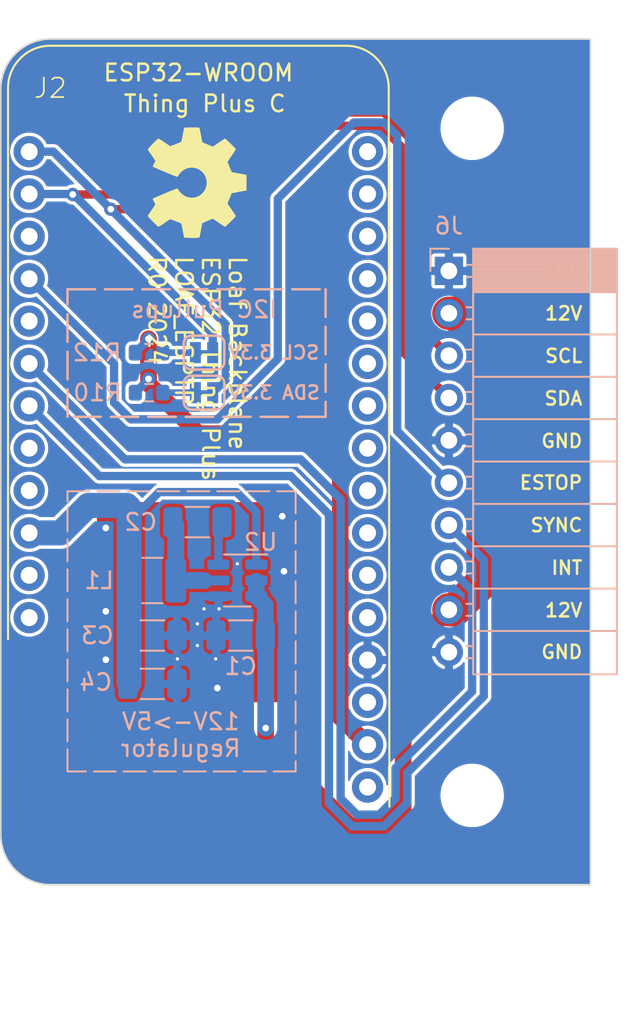
<source format=kicad_pcb>
(kicad_pcb (version 20221018) (generator pcbnew)
  (layers (0 "F.Cu" signal) (31 "B.Cu" signal) (34 "B.Paste" user) (35 "F.Paste" user) (36 "B.SilkS" user "B.Silkscreen") (37 "F.SilkS" user "F.Silkscreen") (38 "B.Mask" user) (39 "F.Mask" user) (44 "Edge.Cuts" user))
  (net 0 "")
  (net 1 "GND")
  (net 2 "+12V")
  (net 3 "Net-(U2-SW)")
  (net 4 "Net-(U2-BST)")
  (net 5 "+5V")
  (net 6 "/SDA_3.3V")
  (net 7 "/SCL_3.3V")
  (net 10 "unconnected-(J2-GPIO1-Pad8)")
  (net 11 "/E_STOP")
  (net 12 "/SYNC")
  (net 13 "/INT")
  (net 26 "+3.3V")
  (net 27 "Net-(JP3-A)")
  (net 28 "Net-(JP4-A)")
  (footprint "Symbol:OSHW-Symbol_6.7x6mm_SilkScreen" (layer "F.Cu") (at 64.772845 81.6 -90)
    (fp_text reference "Logo1" hide)
    (fp_text value "Logo_Open_Hardware_Small" hide)
    (fp_poly (pts (xy 0.555814 -2.531069) (xy 0.639635 -2.086445) (xy 0.94892 -1.958947) (xy 1.258206 -1.831449) (xy 1.629246 -2.083754) (xy 1.733157 -2.154004) (xy 1.827087 -2.216728) (xy 1.906652 -2.269062) (xy 1.96747 -2.308143) (xy 2.005157 -2.331107) (xy 2.015421 -2.336058) (xy 2.03391 -2.323324) (xy 2.07342 -2.288118) (xy 2.129522 -2.234938) (xy 2.197787 -2.168282) (xy 2.273786 -2.092646) (xy 2.353092 -2.012528) (xy 2.431275 -1.932426) (xy 2.503907 -1.856836) (xy 2.566559 -1.790255) (xy 2.614803 -1.737182) (xy 2.64421 -1.702113) (xy 2.651241 -1.690377) (xy 2.641123 -1.66874) (xy 2.612759 -1.621338) (xy 2.569129 -1.552807) (xy 2.513218 -1.467785) (xy 2.448006 -1.370907) (xy 2.410219 -1.31565) (xy 2.341343 -1.214752) (xy 2.28014 -1.123701) (xy 2.229578 -1.04703) (xy 2.192628 -0.989272) (xy 2.172258 -0.954957) (xy 2.169197 -0.947746) (xy 2.176136 -0.927252) (xy 2.195051 -0.879487) (xy 2.223087 -0.811168) (xy 2.257391 -0.729011) (xy 2.295109 -0.63973) (xy 2.333387 -0.550042) (xy 2.36937 -0.466662) (xy 2.400206 -0.396306) (xy 2.423039 -0.34569) (xy 2.435017 -0.321529) (xy 2.435724 -0.320578) (xy 2.454531 -0.315964) (xy 2.504618 -0.305672) (xy 2.580793 -0.290713) (xy 2.677865 -0.272099) (xy 2.790643 -0.250841) (xy 2.856442 -0.238582) (xy 2.97695 -0.215638) (xy 3.085797 -0.193805) (xy 3.177476 -0.174278) (xy 3.246481 -0.158252) (xy 3.287304 -0.146921) (xy 3.295511 -0.143326) (xy 3.303548 -0.118994) (xy 3.310033 -0.064041) (xy 3.31497 0.015108) (xy 3.318364 0.112026) (xy 3.320218 0.220287) (xy 3.320538 0.333465) (xy 3.319327 0.445135) (xy 3.31659 0.548868) (xy 3.312331 0.638241) (xy 3.306555 0.706826) (xy 3.299267 0.748197) (xy 3.294895 0.75681) (xy 3.268764 0.767133) (xy 3.213393 0.781892) (xy 3.136107 0.799352) (xy 3.04423 0.81778) (xy 3.012158 0.823741) (xy 2.857524 0.852066) (xy 2.735375 0.874876) (xy 2.641673 0.89308) (xy 2.572384 0.907583) (xy 2.523471 0.919292) (xy 2.490897 0.929115) (xy 2.470628 0.937956) (xy 2.458626 0.946724) (xy 2.456947 0.948457) (xy 2.440184 0.976371) (xy 2.414614 1.030695) (xy 2.382788 1.104777) (xy 2.34726 1.191965) (xy 2.310583 1.285608) (xy 2.275311 1.379052) (xy 2.243996 1.465647) (xy 2.219193 1.53874) (xy 2.203454 1.591678) (xy 2.199332 1.617811) (xy 2.199676 1.618726) (xy 2.213641 1.640086) (xy 2.245322 1.687084) (xy 2.291391 1.754827) (xy 2.348518 1.838423) (xy 2.413373 1.932982) (xy 2.431843 1.959854) (xy 2.497699 2.057275) (xy 2.55565 2.146163) (xy 2.602538 2.221412) (xy 2.635207 2.27792) (xy 2.6505 2.310581) (xy 2.651241 2.314593) (xy 2.638392 2.335684) (xy 2.602888 2.377464) (xy 2.549293 2.435445) (xy 2.482171 2.505135) (xy 2.406087 2.582045) (xy 2.325604 2.661683) (xy 2.245287 2.739561) (xy 2.169699 2.811186) (xy 2.103405 2.87207) (xy 2.050969 2.917721) (xy 2.016955 2.94365) (xy 2.007545 2.947883) (xy 1.985643 2.937912) (xy 1.9408 2.91102) (xy 1.880321 2.871736) (xy 1.833789 2.840117) (xy 1.749475 2.782098) (xy 1.649626 2.713784) (xy 1.549473 2.645579) (xy 1.495627 2.609075) (xy 1.313371 2.4858) (xy 1.160381 2.56852) (xy 1.090682 2.604759) (xy 1.031414 2.632926) (xy 0.991311 2.648991) (xy 0.981103 2.651226) (xy 0.968829 2.634722) (xy 0.944613 2.588082) (xy 0.910263 2.515609) (xy 0.867588 2.421606) (xy 0.818394 2.310374) (xy 0.76449 2.186215) (xy 0.707684 2.053432) (xy 0.649782 1.916327) (xy 0.592593 1.779202) (xy 0.537924 1.646358) (xy 0.487584 1.522098) (xy 0.44338 1.410725) (xy 0.407119 1.316539) (xy 0.380609 1.243844) (xy 0.365658 1.196941) (xy 0.363254 1.180833) (xy 0.382311 1.160286) (xy 0.424036 1.126933) (xy 0.479706 1.087702) (xy 0.484378 1.084599) (xy 0.628264 0.969423) (xy 0.744283 0.835053) (xy 0.83143 0.685784) (xy 0.888699 0.525913) (xy 0.915086 0.359737) (xy 0.909585 0.191552) (xy 0.87119 0.025655) (xy 0.798895 -0.133658) (xy 0.777626 -0.168513) (xy 0.666996 -0.309263) (xy 0.536302 -0.422286) (xy 0.390064 -0.506997) (xy 0.232808 -0.562806) (xy 0.069057 -0.589126) (xy -0.096667 -0.58537) (xy -0.259838 -0.55095) (xy -0.415935 -0.485277) (xy -0.560433 -0.387765) (xy -0.605131 -0.348187) (xy -0.718888 -0.224297) (xy -0.801782 -0.093876) (xy -0.858644 0.052315) (xy -0.890313 0.197088) (xy -0.898131 0.35986) (xy -0.872062 0.52344) (xy -0.814755 0.682298) (xy -0.728856 0.830906) (xy -0.617014 0.963735) (xy -0.481877 1.075256) (xy -0.464117 1.087011) (xy -0.40785 1.125508) (xy -0.365077 1.158863) (xy -0.344628 1.18016) (xy -0.344331 1.180833) (xy -0.348721 1.203871) (xy -0.366124 1.256157) (xy -0.394732 1.33339) (xy -0.432735 1.431268) (xy -0.478326 1.545491) (xy -0.529697 1.671758) (xy -0.585038 1.805767) (xy -0.642542 1.943218) (xy -0.700399 2.079808) (xy -0.756802 2.211237) (xy -0.809942 2.333205) (xy -0.85801 2.441409) (xy -0.899199 2.531549) (xy -0.931699 2.599323) (xy -0.953703 2.64043) (xy -0.962564 2.651226) (xy -0.98964 2.642819) (xy -1.040303 2.620272) (xy -1.105817 2.587613) (xy -1.141841 2.56852) (xy -1.294832 2.4858) (xy -1.477088 2.609075) (xy -1.570125 2.672228) (xy -1.671985 2.741727) (xy -1.767438 2.807165) (xy -1.81525 2.840117) (xy -1.882495 2.885273) (xy -1.939436 2.921057) (xy -1.978646 2.942938) (xy -1.991381 2.947563) (xy -2.009917 2.935085) (xy -2.050941 2.900252) (xy -2.110475 2.846678) (xy -2.184542 2.777983) (xy -2.269165 2.697781) (xy -2.322685 2.646286) (xy -2.416319 2.554286) (xy -2.497241 2.471999) (xy -2.562177 2.402945) (xy -2.607858 2.350644) (xy -2.631011 2.318616) (xy -2.633232 2.312116) (xy -2.622924 2.287394) (xy -2.594439 2.237405) (xy -2.550937 2.167212) (xy -2.495577 2.081875) (xy -2.43152 1.986456) (xy -2.413303 1.959854) (xy -2.346927 1.863167) (xy -2.287378 1.776117) (xy -2.237984 1.703595) (xy -2.202075 1.650493) (xy -2.182981 1.621703) (xy -2.181136 1.618726) (xy -2.183895 1.595782) (xy -2.198538 1.545336) (xy -2.222513 1.474041) (xy -2.253266 1.388547) (xy -2.288244 1.295507) (xy -2.324893 1.201574) (xy -2.360661 1.113399) (xy -2.392994 1.037634) (xy -2.419338 0.980931) (xy -2.437142 0.949943) (xy -2.438407 0.948457) (xy -2.449294 0.939601) (xy -2.467682 0.930843) (xy -2.497606 0.921277) (xy -2.543103 0.909996) (xy -2.608209 0.896093) (xy -2.696961 0.878663) (xy -2.813393 0.856798) (xy -2.961542 0.829591) (xy -2.993618 0.823741) (xy -3.088686 0.805374) (xy -3.171565 0.787405) (xy -3.23493 0.771569) (xy -3.271458 0.7596) (xy -3.276356 0.75681) (xy -3.284427 0.732072) (xy -3.290987 0.67679) (xy -3.296033 0.597389) (xy -3.299559 0.500296) (xy -3.301561 0.391938) (xy -3.302036 0.27874) (xy -3.300977 0.167128) (xy -3.298382 0.063529) (xy -3.294246 -0.025632) (xy -3.288563 -0.093928) (xy -3.281331 -0.134934) (xy -3.276971 -0.143326) (xy -3.252698 -0.151792) (xy -3.197426 -0.165565) (xy -3.116662 -0.18345) (xy -3.015912 -0.204252) (xy -2.900683 -0.226777) (xy -2.837902 -0.238582) (xy -2.718787 -0.260849) (xy -2.612565 -0.281021) (xy -2.524427 -0.298085) (xy -2.459566 -0.311031) (xy -2.423174 -0.318845) (xy -2.417184 -0.320578) (xy -2.407061 -0.34011) (xy -2.385662 -0.387157) (xy -2.355839 -0.454997) (xy -2.320445 -0.536909) (xy -2.282332 -0.626172) (xy -2.244353 -0.716065) (xy -2.20936 -0.799865) (xy -2.180206 -0.870853) (xy -2.159743 -0.922306) (xy -2.150823 -0.947503) (xy -2.150657 -0.948604) (xy -2.160769 -0.968481) (xy -2.189117 -1.014223) (xy -2.232723 -1.081283) (xy -2.288606 -1.165116) (xy -2.353787 -1.261174) (xy -2.391679 -1.31635) (xy -2.460725 -1.417519) (xy -2.52205 -1.50937) (xy -2.572663 -1.587256) (xy -2.609571 -1.646531) (xy -2.629782 -1.682549) (xy -2.632701 -1.690623) (xy -2.620153 -1.709416) (xy -2.585463 -1.749543) (xy -2.533063 -1.806507) (xy -2.467384 -1.875815) (xy -2.392856 -1.952969) (xy -2.313913 -2.033475) (xy -2.234983 -2.112837) (xy -2.1605 -2.18656) (xy -2.094894 -2.250148) (xy -2.042596 -2.299106) (xy -2.008039 -2.328939) (xy -1.996478 -2.336058) (xy -1.977654 -2.326047) (xy -1.932631 -2.297922) (xy -1.865787 -2.254546) (xy -1.781499 -2.198782) (xy -1.684144 -2.133494) (xy -1.610707 -2.083754) (xy -1.239667 -1.831449) (xy -0.621095 -2.086445) (xy -0.537275 -2.531069) (xy -0.453454 -2.975693) (xy 0.471994 -2.975693) (xy 0.555814 -2.531069)) (stroke (width 0.01)) (fill solid) (layer "F.SilkS"))
  )
  (footprint "SparkFun-RF:ESP_THING_PLUS" (layer "F.Cu") (at 53.43 131.82)
    (fp_text reference "J2" (at 2.54 -55.88) (layer "F.SilkS") (effects (font (size 1.1684 1.1684) (thickness 0.1016))))
    (fp_text value "THING_PLUS_LOGICAL")
    (fp_text user "ESP32-WROOM" (at 11.43 -56.8 unlocked) (layer "F.SilkS"))
    (fp_text user " Thing Plus C" (at 11.43 -54.95 unlocked) (layer "F.SilkS"))
    (fp_line (start 0 -22.85) (end 0 -55.88) (stroke (width 0.127)) (layer "F.SilkS"))
    (fp_line (start 2.54 -58.42) (end 20.32 -58.42) (stroke (width 0.127)) (layer "F.SilkS"))
    (fp_line (start 22.86 -55.88) (end 22.9 -12.8) (stroke (width 0.127)) (layer "F.SilkS"))
    (fp_arc (start 0 -55.88) (mid 0.743949 -57.676051) (end 2.54 -58.42) (stroke (width 0.127)) (layer "F.SilkS"))
    (fp_arc (start 20.32 -58.42) (mid 22.116051 -57.676051) (end 22.86 -55.88) (stroke (width 0.127)) (layer "F.SilkS"))
    (pad "1" thru_hole circle (at 1.27 -52.07) (size 1.8796 1.8796) (drill 1.016) (layers "*.Cu" "*.Mask") (net 6 "/SDA_3.3V"))
    (pad "2" thru_hole circle (at 1.27 -49.53) (size 1.8796 1.8796) (drill 1.016) (layers "*.Cu" "*.Mask") (net 7 "/SCL_3.3V"))
    (pad "3" thru_hole circle (at 1.27 -46.99) (size 1.8796 1.8796) (drill 1.016) (layers "*.Cu" "*.Mask"))
    (pad "4" thru_hole circle (at 1.27 -44.45) (size 1.8796 1.8796) (drill 1.016) (layers "*.Cu" "*.Mask") (net 11 "/E_STOP"))
    (pad "5" thru_hole circle (at 1.27 -41.91) (size 1.8796 1.8796) (drill 1.016) (layers "*.Cu" "*.Mask"))
    (pad "6" thru_hole circle (at 1.27 -39.37) (size 1.8796 1.8796) (drill 1.016) (layers "*.Cu" "*.Mask") (net 12 "/SYNC"))
    (pad "7" thru_hole circle (at 1.27 -36.83) (size 1.8796 1.8796) (drill 1.016) (layers "*.Cu" "*.Mask") (net 13 "/INT"))
    (pad "8" thru_hole circle (at 1.27 -34.29) (size 1.8796 1.8796) (drill 1.016) (layers "*.Cu" "*.Mask") (net 10 "unconnected-(J2-GPIO1-Pad8)"))
    (pad "9" thru_hole circle (at 1.27 -31.75) (size 1.8796 1.8796) (drill 1.016) (layers "*.Cu" "*.Mask"))
    (pad "10" thru_hole circle (at 1.27 -29.21) (size 1.8796 1.8796) (drill 1.016) (layers "*.Cu" "*.Mask") (net 5 "+5V"))
    (pad "11" thru_hole circle (at 1.27 -26.67) (size 1.8796 1.8796) (drill 1.016) (layers "*.Cu" "*.Mask"))
    (pad "12" thru_hole circle (at 1.27 -24.13) (size 1.8796 1.8796) (drill 1.016) (layers "*.Cu" "*.Mask"))
    (pad "13" thru_hole circle (at 21.59 -52.07) (size 1.8796 1.8796) (drill 1.016) (layers "*.Cu" "*.Mask"))
    (pad "14" thru_hole circle (at 21.59 -49.53) (size 1.8796 1.8796) (drill 1.016) (layers "*.Cu" "*.Mask"))
    (pad "15" thru_hole circle (at 21.59 -46.99) (size 1.8796 1.8796) (drill 1.016) (layers "*.Cu" "*.Mask"))
    (pad "16" thru_hole circle (at 21.59 -44.45) (size 1.8796 1.8796) (drill 1.016) (layers "*.Cu" "*.Mask"))
    (pad "17" thru_hole circle (at 21.59 -41.91) (size 1.8796 1.8796) (drill 1.016) (layers "*.Cu" "*.Mask"))
    (pad "18" thru_hole circle (at 21.59 -39.37) (size 1.8796 1.8796) (drill 1.016) (layers "*.Cu" "*.Mask"))
    (pad "19" thru_hole circle (at 21.59 -36.83) (size 1.8796 1.8796) (drill 1.016) (layers "*.Cu" "*.Mask"))
    (pad "20" thru_hole circle (at 21.59 -34.29) (size 1.8796 1.8796) (drill 1.016) (layers "*.Cu" "*.Mask"))
    (pad "21" thru_hole circle (at 21.59 -31.75) (size 1.8796 1.8796) (drill 1.016) (layers "*.Cu" "*.Mask"))
    (pad "22" thru_hole circle (at 21.59 -29.21) (size 1.8796 1.8796) (drill 1.016) (layers "*.Cu" "*.Mask"))
    (pad "23" thru_hole circle (at 21.59 -26.67) (size 1.8796 1.8796) (drill 1.016) (layers "*.Cu" "*.Mask"))
    (pad "24" thru_hole circle (at 21.59 -24.13) (size 1.8796 1.8796) (drill 1.016) (layers "*.Cu" "*.Mask"))
    (pad "25" thru_hole circle (at 21.59 -21.59) (size 1.8796 1.8796) (drill 1.016) (layers "*.Cu" "*.Mask") (net 1 "GND"))
    (pad "26" thru_hole circle (at 21.59 -19.05) (size 1.8796 1.8796) (drill 1.016) (layers "*.Cu" "*.Mask"))
    (pad "27" thru_hole circle (at 21.59 -16.51) (size 1.8796 1.8796) (drill 1.016) (layers "*.Cu" "*.Mask") (net 26 "+3.3V"))
    (pad "28" thru_hole circle (at 21.59 -13.97) (size 1.8796 1.8796) (drill 1.016) (layers "*.Cu" "*.Mask"))
  )
  (footprint "SparkFun-Hardware:STAND-OFF" (layer "F.Cu") (at 81.3 78.35)
    (fp_text reference "ST1")
    (fp_text value "Stand_off")
    (pad "" np_thru_hole circle (at 0 0) (size 3.302 3.302) (drill 3.302) (layers "F&B.Cu" "*.Mask"))
  )
  (footprint "SparkFun-Fuse:Thermal Pad" (layer "F.Cu") (at 64.76675 106.7625)
    (fp_text reference "HS1" hide)
    (fp_text value "Heatsink_Pad")
    (pad "1" smd roundrect (at 0 0) (size 12 12) (layers "F.Cu" "F.Paste" "F.Mask") (roundrect_rratio 0.08333333333) (net 1 "GND"))
  )
  (footprint "SparkFun-Hardware:STAND-OFF" (layer "F.Cu") (at 81.3 118.35)
    (fp_text reference "ST2")
    (fp_text value "Stand_off")
    (pad "" np_thru_hole circle (at 0 0) (size 3.302 3.302) (drill 3.302) (layers "F&B.Cu" "*.Mask"))
  )
  (footprint "Connector_PinSocket_2.54mm:PinSocket_1x10_P2.54mm_Horizontal" (layer "B.Cu") (at 79.9 86.9 180)
    (fp_text reference "J6" (at 0 2.7) (layer "B.SilkS") (effects (justify mirror)))
    (fp_text value "PPPC101LGBN-RC")
    (fp_line (start -10.09 -24.19) (end -1.46 -24.19) (stroke (width 0.12)) (layer "B.SilkS"))
    (fp_line (start -10.09 -21.59) (end -1.46 -21.59) (stroke (width 0.12)) (layer "B.SilkS"))
    (fp_line (start -10.09 -19.05) (end -1.46 -19.05) (stroke (width 0.12)) (layer "B.SilkS"))
    (fp_line (start -10.09 -16.51) (end -1.46 -16.51) (stroke (width 0.12)) (layer "B.SilkS"))
    (fp_line (start -10.09 -13.97) (end -1.46 -13.97) (stroke (width 0.12)) (layer "B.SilkS"))
    (fp_line (start -10.09 -11.43) (end -1.46 -11.43) (stroke (width 0.12)) (layer "B.SilkS"))
    (fp_line (start -10.09 -8.89) (end -1.46 -8.89) (stroke (width 0.12)) (layer "B.SilkS"))
    (fp_line (start -10.09 -6.35) (end -1.46 -6.35) (stroke (width 0.12)) (layer "B.SilkS"))
    (fp_line (start -10.09 -3.81) (end -1.46 -3.81) (stroke (width 0.12)) (layer "B.SilkS"))
    (fp_line (start -10.09 -1.27) (end -1.46 -1.27) (stroke (width 0.12)) (layer "B.SilkS"))
    (fp_line (start -10.09 -1.1519) (end -1.46 -1.1519) (stroke (width 0.12)) (layer "B.SilkS"))
    (fp_line (start -10.09 -1.033805) (end -1.46 -1.033805) (stroke (width 0.12)) (layer "B.SilkS"))
    (fp_line (start -10.09 -0.91571) (end -1.46 -0.91571) (stroke (width 0.12)) (layer "B.SilkS"))
    (fp_line (start -10.09 -0.797615) (end -1.46 -0.797615) (stroke (width 0.12)) (layer "B.SilkS"))
    (fp_line (start -10.09 -0.67952) (end -1.46 -0.67952) (stroke (width 0.12)) (layer "B.SilkS"))
    (fp_line (start -10.09 -0.561425) (end -1.46 -0.561425) (stroke (width 0.12)) (layer "B.SilkS"))
    (fp_line (start -10.09 -0.44333) (end -1.46 -0.44333) (stroke (width 0.12)) (layer "B.SilkS"))
    (fp_line (start -10.09 -0.325235) (end -1.46 -0.325235) (stroke (width 0.12)) (layer "B.SilkS"))
    (fp_line (start -10.09 -0.20714) (end -1.46 -0.20714) (stroke (width 0.12)) (layer "B.SilkS"))
    (fp_line (start -10.09 -0.089045) (end -1.46 -0.089045) (stroke (width 0.12)) (layer "B.SilkS"))
    (fp_line (start -10.09 0.02905) (end -1.46 0.02905) (stroke (width 0.12)) (layer "B.SilkS"))
    (fp_line (start -10.09 0.147145) (end -1.46 0.147145) (stroke (width 0.12)) (layer "B.SilkS"))
    (fp_line (start -10.09 0.26524) (end -1.46 0.26524) (stroke (width 0.12)) (layer "B.SilkS"))
    (fp_line (start -10.09 0.383335) (end -1.46 0.383335) (stroke (width 0.12)) (layer "B.SilkS"))
    (fp_line (start -10.09 0.50143) (end -1.46 0.50143) (stroke (width 0.12)) (layer "B.SilkS"))
    (fp_line (start -10.09 0.619525) (end -1.46 0.619525) (stroke (width 0.12)) (layer "B.SilkS"))
    (fp_line (start -10.09 0.73762) (end -1.46 0.73762) (stroke (width 0.12)) (layer "B.SilkS"))
    (fp_line (start -10.09 0.855715) (end -1.46 0.855715) (stroke (width 0.12)) (layer "B.SilkS"))
    (fp_line (start -10.09 0.97381) (end -1.46 0.97381) (stroke (width 0.12)) (layer "B.SilkS"))
    (fp_line (start -10.09 1.091905) (end -1.46 1.091905) (stroke (width 0.12)) (layer "B.SilkS"))
    (fp_line (start -10.09 1.21) (end -1.46 1.21) (stroke (width 0.12)) (layer "B.SilkS"))
    (fp_line (start -10.09 1.33) (end -10.09 -24.19) (stroke (width 0.12)) (layer "B.SilkS"))
    (fp_line (start -10.09 1.33) (end -1.46 1.33) (stroke (width 0.12)) (layer "B.SilkS"))
    (fp_line (start -1.46 -23.22) (end -1.05 -23.22) (stroke (width 0.12)) (layer "B.SilkS"))
    (fp_line (start -1.46 -22.5) (end -1.05 -22.5) (stroke (width 0.12)) (layer "B.SilkS"))
    (fp_line (start -1.46 -20.68) (end -1.05 -20.68) (stroke (width 0.12)) (layer "B.SilkS"))
    (fp_line (start -1.46 -19.96) (end -1.05 -19.96) (stroke (width 0.12)) (layer "B.SilkS"))
    (fp_line (start -1.46 -18.14) (end -1.05 -18.14) (stroke (width 0.12)) (layer "B.SilkS"))
    (fp_line (start -1.46 -17.42) (end -1.05 -17.42) (stroke (width 0.12)) (layer "B.SilkS"))
    (fp_line (start -1.46 -15.6) (end -1.05 -15.6) (stroke (width 0.12)) (layer "B.SilkS"))
    (fp_line (start -1.46 -14.88) (end -1.05 -14.88) (stroke (width 0.12)) (layer "B.SilkS"))
    (fp_line (start -1.46 -13.06) (end -1.05 -13.06) (stroke (width 0.12)) (layer "B.SilkS"))
    (fp_line (start -1.46 -12.34) (end -1.05 -12.34) (stroke (width 0.12)) (layer "B.SilkS"))
    (fp_line (start -1.46 -10.52) (end -1.05 -10.52) (stroke (width 0.12)) (layer "B.SilkS"))
    (fp_line (start -1.46 -9.8) (end -1.05 -9.8) (stroke (width 0.12)) (layer "B.SilkS"))
    (fp_line (start -1.46 -7.98) (end -1.05 -7.98) (stroke (width 0.12)) (layer "B.SilkS"))
    (fp_line (start -1.46 -7.26) (end -1.05 -7.26) (stroke (width 0.12)) (layer "B.SilkS"))
    (fp_line (start -1.46 -5.44) (end -1.05 -5.44) (stroke (width 0.12)) (layer "B.SilkS"))
    (fp_line (start -1.46 -4.72) (end -1.05 -4.72) (stroke (width 0.12)) (layer "B.SilkS"))
    (fp_line (start -1.46 -2.9) (end -1.05 -2.9) (stroke (width 0.12)) (layer "B.SilkS"))
    (fp_line (start -1.46 -2.18) (end -1.05 -2.18) (stroke (width 0.12)) (layer "B.SilkS"))
    (fp_line (start -1.46 -0.36) (end -1.11 -0.36) (stroke (width 0.12)) (layer "B.SilkS"))
    (fp_line (start -1.46 0.36) (end -1.11 0.36) (stroke (width 0.12)) (layer "B.SilkS"))
    (fp_line (start -1.46 1.33) (end -1.46 -24.19) (stroke (width 0.12)) (layer "B.SilkS"))
    (fp_line (start 0 1.33) (end 1.11 1.33) (stroke (width 0.12)) (layer "B.SilkS"))
    (fp_line (start 1.11 1.33) (end 1.11 0) (stroke (width 0.12)) (layer "B.SilkS"))
    (pad "1" thru_hole rect (at 0 0 180) (size 1.7 1.7) (drill 1) (layers "*.Cu" "*.Mask") (net 1 "GND"))
    (pad "2" thru_hole oval (at 0 -2.54 180) (size 1.7 1.7) (drill 1) (layers "*.Cu" "*.Mask") (net 2 "+12V"))
    (pad "3" thru_hole oval (at 0 -5.08 180) (size 1.7 1.7) (drill 1) (layers "*.Cu" "*.Mask") (net 7 "/SCL_3.3V"))
    (pad "4" thru_hole oval (at 0 -7.62 180) (size 1.7 1.7) (drill 1) (layers "*.Cu" "*.Mask") (net 6 "/SDA_3.3V"))
    (pad "5" thru_hole oval (at 0 -10.16 180) (size 1.7 1.7) (drill 1) (layers "*.Cu" "*.Mask") (net 1 "GND"))
    (pad "6" thru_hole oval (at 0 -12.7 180) (size 1.7 1.7) (drill 1) (layers "*.Cu" "*.Mask") (net 11 "/E_STOP"))
    (pad "7" thru_hole oval (at 0 -15.24 180) (size 1.7 1.7) (drill 1) (layers "*.Cu" "*.Mask") (net 13 "/INT"))
    (pad "8" thru_hole oval (at 0 -17.78 180) (size 1.7 1.7) (drill 1) (layers "*.Cu" "*.Mask") (net 12 "/SYNC"))
    (pad "9" thru_hole oval (at 0 -20.32 180) (size 1.7 1.7) (drill 1) (layers "*.Cu" "*.Mask") (net 2 "+12V"))
    (pad "10" thru_hole oval (at 0 -22.86 180) (size 1.7 1.7) (drill 1) (layers "*.Cu" "*.Mask") (net 1 "GND"))
  )
  (footprint "SparkFun-Jumper:SMT-JUMPER_2_NC_TRACE_SILK" (layer "B.Cu") (at 65.2 94.2)
    (fp_text reference "JP3")
    (fp_text value "~")
    (fp_poly (pts (xy -0.25 0.15) (xy 0.25 0.15) (xy 0.25 -0.15) (xy -0.25 -0.15)) (fill solid) (layer "B.Cu"))
    (fp_line (start -1.2192 -0.5588) (end -1.2192 0.5588) (stroke (width 0.1524)) (layer "B.SilkS"))
    (fp_line (start -0.762 1.016) (end 0.762 1.016) (stroke (width 0.1524)) (layer "B.SilkS"))
    (fp_line (start 0.762 -1.016) (end -0.762 -1.016) (stroke (width 0.1524)) (layer "B.SilkS"))
    (fp_line (start 1.2192 -0.5588) (end 1.2192 0.5588) (stroke (width 0.1524)) (layer "B.SilkS"))
    (fp_arc (start -1.2192 -0.5588) (mid -1.085289 -0.882089) (end -0.762 -1.016) (stroke (width 0.1524)) (layer "B.SilkS"))
    (fp_arc (start -0.762 1.016) (mid -1.085289 0.882089) (end -1.2192 0.5588) (stroke (width 0.1524)) (layer "B.SilkS"))
    (fp_arc (start 0.762 -1.016) (mid 1.08529 -0.88209) (end 1.2192 -0.5588) (stroke (width 0.1524)) (layer "B.SilkS"))
    (fp_arc (start 1.2192 0.5588) (mid 1.085289 0.882089) (end 0.762 1.016) (stroke (width 0.1524)) (layer "B.SilkS"))
    (pad "1" smd rect (at -0.5207 0) (size 0.6604 1.27) (layers "B.Cu" "B.Mask") (net 27 "Net-(JP3-A)"))
    (pad "2" smd rect (at 0.5207 0) (size 0.6604 1.27) (layers "B.Cu" "B.Mask") (net 6 "/SDA_3.3V"))
  )
  (footprint "Resistor_SMD:R_0603_1608Metric" (layer "B.Cu") (at 61.9 91.8)
    (fp_text reference "R12" (at -3.125 0) (layer "B.SilkS") (effects (justify mirror)))
    (fp_text value "2.2k")
    (fp_line (start -0.237258 -0.5225) (end 0.237258 -0.5225) (stroke (width 0.12)) (layer "B.SilkS"))
    (fp_line (start -0.237258 0.5225) (end 0.237258 0.5225) (stroke (width 0.12)) (layer "B.SilkS"))
    (pad "1" smd roundrect (at -0.825 0) (size 0.8 0.95) (layers "B.Cu" "B.Paste" "B.Mask") (net 26 "+3.3V"))
    (pad "2" smd roundrect (at 0.825 0) (size 0.8 0.95) (layers "B.Cu" "B.Paste" "B.Mask") (net 28 "Net-(JP4-A)"))
  )
  (footprint "Capacitor_SMD:C_1206_3216Metric" (layer "B.Cu") (at 64.8 101.9625)
    (fp_text reference "C2" (at -3.4 0) (layer "B.SilkS") (effects (justify mirror)))
    (fp_text value "100nF")
    (fp_line (start -0.711252 -0.91) (end 0.711252 -0.91) (stroke (width 0.12)) (layer "B.SilkS"))
    (fp_line (start -0.711252 0.91) (end 0.711252 0.91) (stroke (width 0.12)) (layer "B.SilkS"))
    (pad "1" smd roundrect (at -1.475 0) (size 1.15 1.8) (layers "B.Cu" "B.Paste" "B.Mask") (roundrect_rratio 0.217391) (net 3 "Net-(U2-SW)"))
    (pad "2" smd roundrect (at 1.475 0) (size 1.15 1.8) (layers "B.Cu" "B.Paste" "B.Mask") (roundrect_rratio 0.217391) (net 4 "Net-(U2-BST)"))
  )
  (footprint "Capacitor_SMD:C_1206_3216Metric" (layer "B.Cu") (at 62.1 108.7625 180)
    (fp_text reference "C3" (at 3.3 0) (layer "B.SilkS") (effects (justify mirror)))
    (fp_text value "22uF")
    (fp_line (start -0.711252 -0.91) (end 0.711252 -0.91) (stroke (width 0.12)) (layer "B.SilkS"))
    (fp_line (start -0.711252 0.91) (end 0.711252 0.91) (stroke (width 0.12)) (layer "B.SilkS"))
    (pad "1" smd roundrect (at -1.475 0 180) (size 1.15 1.8) (layers "B.Cu" "B.Paste" "B.Mask") (roundrect_rratio 0.217391) (net 1 "GND"))
    (pad "2" smd roundrect (at 1.475 0 180) (size 1.15 1.8) (layers "B.Cu" "B.Paste" "B.Mask") (roundrect_rratio 0.217391) (net 5 "+5V"))
  )
  (footprint "Capacitor_SMD:C_1206_3216Metric" (layer "B.Cu") (at 67.4 108.7625)
    (fp_text reference "C1" (at 0 1.85) (layer "B.SilkS") (effects (justify mirror)))
    (fp_text value "22uF")
    (fp_line (start -0.711252 -0.91) (end 0.711252 -0.91) (stroke (width 0.12)) (layer "B.SilkS"))
    (fp_line (start -0.711252 0.91) (end 0.711252 0.91) (stroke (width 0.12)) (layer "B.SilkS"))
    (pad "1" smd roundrect (at -1.475 0) (size 1.15 1.8) (layers "B.Cu" "B.Paste" "B.Mask") (roundrect_rratio 0.217391) (net 1 "GND"))
    (pad "2" smd roundrect (at 1.475 0) (size 1.15 1.8) (layers "B.Cu" "B.Paste" "B.Mask") (roundrect_rratio 0.217391) (net 2 "+12V"))
  )
  (footprint "Capacitor_SMD:C_1206_3216Metric" (layer "B.Cu") (at 62.1 111.6625 180)
    (fp_text reference "C4" (at 3.4 0.1) (layer "B.SilkS") (effects (justify mirror)))
    (fp_text value "22uF")
    (fp_line (start -0.711252 -0.91) (end 0.711252 -0.91) (stroke (width 0.12)) (layer "B.SilkS"))
    (fp_line (start -0.711252 0.91) (end 0.711252 0.91) (stroke (width 0.12)) (layer "B.SilkS"))
    (pad "1" smd roundrect (at -1.475 0 180) (size 1.15 1.8) (layers "B.Cu" "B.Paste" "B.Mask") (roundrect_rratio 0.217391) (net 1 "GND"))
    (pad "2" smd roundrect (at 1.475 0 180) (size 1.15 1.8) (layers "B.Cu" "B.Paste" "B.Mask") (roundrect_rratio 0.217391) (net 5 "+5V"))
  )
  (footprint "Package_TO_SOT_SMD:TSOT-23-6" (layer "B.Cu") (at 67.2 105.4625 180)
    (fp_text reference "U2" (at -1.4 2.3) (layer "B.SilkS") (effects (justify mirror)))
    (fp_text value "AP63205WU-7")
    (fp_line (start 0 -1.56) (end -0.8 -1.56) (stroke (width 0.12)) (layer "B.SilkS"))
    (fp_line (start 0 -1.56) (end 0.8 -1.56) (stroke (width 0.12)) (layer "B.SilkS"))
    (fp_line (start 0 1.56) (end -1.8 1.56) (stroke (width 0.12)) (layer "B.SilkS"))
    (fp_line (start 0 1.56) (end 0.8 1.56) (stroke (width 0.12)) (layer "B.SilkS"))
    (pad "1" smd roundrect (at -1.1375 0.95 180) (size 1.325 0.6) (layers "B.Cu" "B.Paste" "B.Mask") (net 5 "+5V"))
    (pad "2" smd roundrect (at -1.1375 0 180) (size 1.325 0.6) (layers "B.Cu" "B.Paste" "B.Mask") (net 2 "+12V"))
    (pad "3" smd roundrect (at -1.1375 -0.95 180) (size 1.325 0.6) (layers "B.Cu" "B.Paste" "B.Mask") (net 2 "+12V"))
    (pad "4" smd roundrect (at 1.1375 -0.95 180) (size 1.325 0.6) (layers "B.Cu" "B.Paste" "B.Mask") (net 1 "GND"))
    (pad "5" smd roundrect (at 1.1375 0 180) (size 1.325 0.6) (layers "B.Cu" "B.Paste" "B.Mask") (net 3 "Net-(U2-SW)"))
    (pad "6" smd roundrect (at 1.1375 0.95 180) (size 1.325 0.6) (layers "B.Cu" "B.Paste" "B.Mask") (net 4 "Net-(U2-BST)"))
  )
  (footprint "SparkFun-Jumper:SMT-JUMPER_2_NC_TRACE_SILK" (layer "B.Cu") (at 65.2 91.8)
    (fp_text reference "JP4")
    (fp_text value "~")
    (fp_poly (pts (xy -0.25 0.15) (xy 0.25 0.15) (xy 0.25 -0.15) (xy -0.25 -0.15)) (fill solid) (layer "B.Cu"))
    (fp_line (start -1.2192 -0.5588) (end -1.2192 0.5588) (stroke (width 0.1524)) (layer "B.SilkS"))
    (fp_line (start -0.762 1.016) (end 0.762 1.016) (stroke (width 0.1524)) (layer "B.SilkS"))
    (fp_line (start 0.762 -1.016) (end -0.762 -1.016) (stroke (width 0.1524)) (layer "B.SilkS"))
    (fp_line (start 1.2192 -0.5588) (end 1.2192 0.5588) (stroke (width 0.1524)) (layer "B.SilkS"))
    (fp_arc (start -1.2192 -0.5588) (mid -1.085289 -0.882089) (end -0.762 -1.016) (stroke (width 0.1524)) (layer "B.SilkS"))
    (fp_arc (start -0.762 1.016) (mid -1.085289 0.882089) (end -1.2192 0.5588) (stroke (width 0.1524)) (layer "B.SilkS"))
    (fp_arc (start 0.762 -1.016) (mid 1.08529 -0.88209) (end 1.2192 -0.5588) (stroke (width 0.1524)) (layer "B.SilkS"))
    (fp_arc (start 1.2192 0.5588) (mid 1.085289 0.882089) (end 0.762 1.016) (stroke (width 0.1524)) (layer "B.SilkS"))
    (pad "1" smd rect (at -0.5207 0) (size 0.6604 1.27) (layers "B.Cu" "B.Mask") (net 28 "Net-(JP4-A)"))
    (pad "2" smd rect (at 0.5207 0) (size 0.6604 1.27) (layers "B.Cu" "B.Mask") (net 7 "/SCL_3.3V"))
  )
  (footprint "Resistor_SMD:R_0603_1608Metric" (layer "B.Cu") (at 61.9 94.2)
    (fp_text reference "R10" (at -3.1 0) (layer "B.SilkS") (effects (justify mirror)))
    (fp_text value "2.2k")
    (fp_line (start -0.237258 -0.5225) (end 0.237258 -0.5225) (stroke (width 0.12)) (layer "B.SilkS"))
    (fp_line (start -0.237258 0.5225) (end 0.237258 0.5225) (stroke (width 0.12)) (layer "B.SilkS"))
    (pad "1" smd roundrect (at -0.825 0) (size 0.8 0.95) (layers "B.Cu" "B.Paste" "B.Mask") (net 26 "+3.3V"))
    (pad "2" smd roundrect (at 0.825 0) (size 0.8 0.95) (layers "B.Cu" "B.Paste" "B.Mask") (net 27 "Net-(JP3-A)"))
  )
  (footprint "Inductor_SMD:L_1210_3225Metric" (layer "B.Cu") (at 62.1 105.4625 180)
    (fp_text reference "L1" (at 3.2 0) (layer "B.SilkS") (effects (justify mirror)))
    (fp_text value "4.7uH")
    (fp_line (start -0.602064 -1.36) (end 0.602064 -1.36) (stroke (width 0.12)) (layer "B.SilkS"))
    (fp_line (start -0.602064 1.36) (end 0.602064 1.36) (stroke (width 0.12)) (layer "B.SilkS"))
    (pad "1" smd roundrect (at -1.4 0 180) (size 1.25 2.65) (layers "B.Cu" "B.Paste" "B.Mask") (roundrect_rratio 0.2) (net 3 "Net-(U2-SW)"))
    (pad "2" smd roundrect (at 1.4 0 180) (size 1.25 2.65) (layers "B.Cu" "B.Paste" "B.Mask") (roundrect_rratio 0.2) (net 5 "+5V"))
  )
  (gr_rect (start 57 88) (end 72.5 95.65) (stroke (width 0.15) (type dash)) (fill none) (layer "B.SilkS"))
  (gr_rect (start 57 100.1125) (end 70.7 116.9125) (stroke (width 0.12) (type dash)) (fill none) (layer "B.SilkS"))
  (gr_line (start 56 123.7) (end 88.40187 123.7) (stroke (width 0.1)) (layer "Edge.Cuts"))
  (gr_line (start 88.4 73) (end 88.40187 123.7) (stroke (width 0.1)) (layer "Edge.Cuts"))
  (gr_line (start 52.99813 76) (end 53 120.7) (stroke (width 0.1)) (layer "Edge.Cuts"))
  (gr_arc (start 52.99813 76) (mid 53.876598 73.878117) (end 55.997852 72.998131) (stroke (width 0.1)) (layer "Edge.Cuts"))
  (gr_line (start 88.4 73) (end 55.997852 72.998131) (stroke (width 0.1)) (layer "Edge.Cuts"))
  (gr_arc (start 56 123.7) (mid 53.87868 122.82132) (end 53 120.7) (stroke (width 0.1)) (layer "Edge.Cuts"))
  (gr_text "12V->5V\nRegulator" (at 63.8 116.1125) (layer "B.SilkS") (effects (font (size 1 1)) (justify bottom mirror)))
  (gr_text "SDA 3.3V" (at 66.6 94.2) (layer "B.SilkS") (effects (font (size 0.8 0.8) (thickness 0.15) bold) (justify right mirror)))
  (gr_text "SCL 3.3V" (at 66.6 91.8) (layer "B.SilkS") (effects (font (size 0.8 0.8) (thickness 0.15) bold) (justify right mirror)))
  (gr_text "I2C Pullups" (at 65.2 89.8) (layer "B.SilkS") (effects (font (size 1 1)) (justify bottom mirror)))
  (gr_text "ESTOP" (at 88 99.6) (layer "F.SilkS") (effects (font (size 0.8 0.8)) (justify right)))
  (gr_text "12V" (at 88 107.25) (layer "F.SilkS") (effects (font (size 0.8 0.8)) (justify right)))
  (gr_text "12V" (at 88 89.45) (layer "F.SilkS") (effects (font (size 0.8 0.8)) (justify right)))
  (gr_text "SYNC" (at 88 102.15) (layer "F.SilkS") (effects (font (size 0.8 0.8)) (justify right)))
  (gr_text "GND" (at 88 109.75) (layer "F.SilkS") (effects (font (size 0.8 0.8)) (justify right)))
  (gr_text "Loaf Backplane\nESP32 Thing Plus\nLOAF_ESPTP\nR0 2024" (at 64.78675 85.915475 -90) (layer "F.SilkS") (effects (font (size 1 1)) (justify left)))
  (gr_text "GND" (at 88 97.1) (layer "F.SilkS") (effects (font (size 0.8 0.8)) (justify right)))
  (gr_text "SDA" (at 88 94.55) (layer "F.SilkS") (effects (font (size 0.8 0.8)) (justify right)))
  (gr_text "SCL" (at 88 92) (layer "F.SilkS") (effects (font (size 0.8 0.8)) (justify right)))
  (gr_text "GND" (at 88 86.9) (layer "F.SilkS") (effects (font (size 0.8 0.8)) (justify right)))
  (gr_text "INT" (at 88 104.7) (layer "F.SilkS") (effects (font (size 0.8 0.8)) (justify right)))
  (via (at 59.3 110.2125) (size 0.8) (drill 0.4) (layers "F.Cu" "B.Cu") (net 1))
  (via (at 65.9 110.1625) (size 0.5) (drill 0.2) (layers "F.Cu" "B.Cu") (net 1))
  (via (at 66.1 107.1625) (size 0.5) (drill 0.2) (layers "F.Cu" "B.Cu") (net 1))
  (via (at 65.2 107.1625) (size 0.5) (drill 0.2) (layers "F.Cu" "B.Cu") (net 1))
  (via (at 66 111.9125) (size 0.8) (drill 0.4) (layers "F.Cu" "B.Cu") (net 1))
  (via (at 69.9 101.6125) (size 0.8) (drill 0.4) (layers "F.Cu" "B.Cu") (net 1))
  (via (at 64.8 108.0625) (size 0.5) (drill 0.2) (layers "F.Cu" "B.Cu") (net 1))
  (via (at 64.8 109.3625) (size 0.5) (drill 0.2) (layers "F.Cu" "B.Cu") (net 1))
  (via (at 59.3 107.3125) (size 0.8) (drill 0.4) (layers "F.Cu" "B.Cu") (net 1))
  (via (at 63.6 110.1625) (size 0.5) (drill 0.2) (layers "F.Cu" "B.Cu") (net 1))
  (via (at 70 104.9125) (size 0.8) (drill 0.4) (layers "F.Cu" "B.Cu") (net 1))
  (via (at 59.3 102.3125) (size 0.8) (drill 0.4) (layers "F.Cu" "B.Cu") (net 1))
  (via (at 67.2 104.4625) (size 0.5) (drill 0.2) (layers "F.Cu" "B.Cu") (net 1))
  (segment (start 77.1598 119.1598) (end 77.0402 119.1598) (width 1) (layer "F.Cu") (net 2))
  (segment (start 79.88 107.22) (end 77.1598 109.9402) (width 1) (layer "F.Cu") (net 2))
  (segment (start 80.259138 89.44) (end 81.95 91.130862) (width 2) (layer "F.Cu") (net 2))
  (segment (start 79.9 107.22) (end 79.88 107.22) (width 1) (layer "F.Cu") (net 2))
  (segment (start 81.95 91.130862) (end 81.95 105.529138) (width 2) (layer "F.Cu") (net 2))
  (segment (start 68.9 115.1) (end 68.9 114.3125) (width 1) (layer "F.Cu") (net 2))
  (segment (start 74 120.2) (end 68.9 115.1) (width 1) (layer "F.Cu") (net 2))
  (segment (start 79.9 89.44) (end 80.259138 89.44) (width 2) (layer "F.Cu") (net 2))
  (segment (start 77.1598 109.9402) (end 77.1598 119.1598) (width 1) (layer "F.Cu") (net 2))
  (segment (start 80.259138 107.22) (end 79.9 107.22) (width 2) (layer "F.Cu") (net 2))
  (segment (start 81.95 105.529138) (end 80.259138 107.22) (width 2) (layer "F.Cu") (net 2))
  (segment (start 76 120.2) (end 74 120.2) (width 1) (layer "F.Cu") (net 2))
  (segment (start 77.0402 119.1598) (end 76 120.2) (width 1) (layer "F.Cu") (net 2))
  (via (at 68.9 114.3125) (size 0.8) (drill 0.4) (layers "F.Cu" "B.Cu") (net 2))
  (segment (start 68.875 108.7625) (end 68.875 106.95) (width 1) (layer "B.Cu") (net 2))
  (segment (start 68.9 108.7875) (end 68.875 108.7625) (width 1) (layer "B.Cu") (net 2))
  (segment (start 68.9 114.3125) (end 68.9 108.7875) (width 1) (layer "B.Cu") (net 2))
  (segment (start 68.875 106.95) (end 68.3375 106.4125) (width 1) (layer "B.Cu") (net 2))
  (segment (start 68.3375 106.4125) (end 68.3375 105.5125) (width 1) (layer "B.Cu") (net 2))
  (segment (start 63.5 102.1375) (end 63.325 101.9625) (width 1) (layer "B.Cu") (net 3))
  (segment (start 63.5 105.4625) (end 65.2 105.4625) (width 1) (layer "B.Cu") (net 3))
  (segment (start 63.5 105.4625) (end 63.5 102.1375) (width 1) (layer "B.Cu") (net 3))
  (segment (start 66.0625 102.175) (end 66.275 101.9625) (width 0.5) (layer "B.Cu") (net 4))
  (segment (start 66.0625 104.5125) (end 66.0625 102.175) (width 0.5) (layer "B.Cu") (net 4))
  (segment (start 56.59 102.61) (end 58.2375 100.9625) (width 1.5) (layer "B.Cu") (net 5))
  (segment (start 62.5 100.1625) (end 60.7 101.9625) (width 0.5) (layer "B.Cu") (net 5))
  (segment (start 68.3375 101.35) (end 67.15 100.1625) (width 0.5) (layer "B.Cu") (net 5))
  (segment (start 60.7 101.9625) (end 60.7 105.4625) (width 0.5) (layer "B.Cu") (net 5))
  (segment (start 67.15 100.1625) (end 62.5 100.1625) (width 0.5) (layer "B.Cu") (net 5))
  (segment (start 60.7 101.093423) (end 60.7 105.4625) (width 1.5) (layer "B.Cu") (net 5))
  (segment (start 60.569077 100.9625) (end 60.7 101.093423) (width 1.5) (layer "B.Cu") (net 5))
  (segment (start 60.7 105.4625) (end 60.69939 105.46311) (width 1.5) (layer "B.Cu") (net 5))
  (segment (start 68.3375 104.5125) (end 68.3375 101.35) (width 0.5) (layer "B.Cu") (net 5))
  (segment (start 58.2375 100.9625) (end 60.569077 100.9625) (width 1.5) (layer "B.Cu") (net 5))
  (segment (start 60.69939 105.46311) (end 60.69939 108.68811) (width 1.5) (layer "B.Cu") (net 5))
  (segment (start 54.7 102.61) (end 56.59 102.61) (width 1.5) (layer "B.Cu") (net 5))
  (segment (start 60.69939 108.83689) (end 60.69939 111.58811) (width 1.5) (layer "B.Cu") (net 5))
  (segment (start 75.8 78.2) (end 77 79.4) (width 0.5) (layer "F.Cu") (net 6))
  (segment (start 59.6 83.2) (end 67.2 83.2) (width 0.5) (layer "F.Cu") (net 6))
  (segment (start 77 79.4) (end 77 91.62) (width 0.5) (layer "F.Cu") (net 6))
  (segment (start 67.2 83.2) (end 72.2 78.2) (width 0.5) (layer "F.Cu") (net 6))
  (segment (start 77 91.62) (end 79.9 94.52) (width 0.5) (layer "F.Cu") (net 6))
  (segment (start 72.2 78.2) (end 75.8 78.2) (width 0.5) (layer "F.Cu") (net 6))
  (via (at 59.6 83.2) (size 0.8) (drill 0.4) (layers "F.Cu" "B.Cu") (net 6))
  (segment (start 59.6 83.2) (end 66.5009 90.1009) (width 0.5) (layer "B.Cu") (net 6))
  (segment (start 66.5009 90.1009) (end 66.5009 93.4198) (width 0.5) (layer "B.Cu") (net 6))
  (segment (start 56.15 79.75) (end 54.7 79.75) (width 0.5) (layer "B.Cu") (net 6))
  (segment (start 66.5009 93.4198) (end 65.7207 94.2) (width 0.5) (layer "B.Cu") (net 6))
  (segment (start 59.6 83.2) (end 56.15 79.75) (width 0.5) (layer "B.Cu") (net 6))
  (segment (start 76 77.4) (end 77.8 79.2) (width 0.5) (layer "F.Cu") (net 7))
  (segment (start 77.8 79.2) (end 77.8 89.88) (width 0.5) (layer "F.Cu") (net 7))
  (segment (start 67.081462 82.318538) (end 72 77.4) (width 0.5) (layer "F.Cu") (net 7))
  (segment (start 57.317162 82.318538) (end 67.081462 82.318538) (width 0.5) (layer "F.Cu") (net 7))
  (segment (start 72 77.4) (end 76 77.4) (width 0.5) (layer "F.Cu") (net 7))
  (segment (start 77.8 89.88) (end 79.9 91.98) (width 0.5) (layer "F.Cu") (net 7))
  (via (at 57.317162 82.318538) (size 0.8) (drill 0.4) (layers "F.Cu" "B.Cu") (net 7))
  (segment (start 57.3457 82.29) (end 54.7 82.29) (width 0.5) (layer "B.Cu") (net 7))
  (segment (start 65.7207 90.665) (end 57.3457 82.29) (width 0.5) (layer "B.Cu") (net 7))
  (segment (start 65.7207 91.8) (end 65.7207 90.665) (width 0.5) (layer "B.Cu") (net 7))
  (segment (start 55.23 97.53) (end 54.7 97.53) (width 0.5) (layer "B.Cu") (net 10))
  (segment (start 79.9 99.6) (end 76.8 96.5) (width 0.5) (layer "B.Cu") (net 11))
  (segment (start 76.8 78.8) (end 76 78) (width 0.5) (layer "B.Cu") (net 11))
  (segment (start 69.63 92.17) (end 66 95.8) (width 0.5) (layer "B.Cu") (net 11))
  (segment (start 66 95.8) (end 60.8 95.8) (width 0.5) (layer "B.Cu") (net 11))
  (segment (start 59.8 92.47) (end 54.7 87.37) (width 0.5) (layer "B.Cu") (net 11))
  (segment (start 69.63 82.57) (end 69.63 92.17) (width 0.5) (layer "B.Cu") (net 11))
  (segment (start 74.2 78) (end 69.63 82.57) (width 0.5) (layer "B.Cu") (net 11))
  (segment (start 59.8 94.8) (end 59.8 92.47) (width 0.5) (layer "B.Cu") (net 11))
  (segment (start 76.8 96.5) (end 76.8 78.8) (width 0.5) (layer "B.Cu") (net 11))
  (segment (start 60.8 95.8) (end 59.8 94.8) (width 0.5) (layer "B.Cu") (net 11))
  (segment (start 76 78) (end 74.2 78) (width 0.5) (layer "B.Cu") (net 11))
  (segment (start 60.45 98.2) (end 54.7 92.45) (width 0.5) (layer "B.Cu") (net 12))
  (segment (start 81.3 106.08) (end 81.3 112.11005) (width 0.5) (layer "B.Cu") (net 12))
  (segment (start 76.7 116.710052) (end 76.7 118.5201) (width 0.5) (layer "B.Cu") (net 12))
  (segment (start 81.3 112.11005) (end 76.7 116.710052) (width 0.5) (layer "B.Cu") (net 12))
  (segment (start 71 98.2) (end 60.45 98.2) (width 0.5) (layer "B.Cu") (net 12))
  (segment (start 73.4 118.5201) (end 73.4 100.6) (width 0.5) (layer "B.Cu") (net 12))
  (segment (start 79.9 104.68) (end 81.3 106.08) (width 0.5) (layer "B.Cu") (net 12))
  (segment (start 74.3799 119.5) (end 73.4 118.5201) (width 0.5) (layer "B.Cu") (net 12))
  (segment (start 76.7 118.5201) (end 75.7201 119.5) (width 0.5) (layer "B.Cu") (net 12))
  (segment (start 75.7201 119.5) (end 74.3799 119.5) (width 0.5) (layer "B.Cu") (net 12))
  (segment (start 73.4 100.6) (end 71 98.2) (width 0.5) (layer "B.Cu") (net 12))
  (segment (start 82 104.24) (end 82 112.4) (width 0.5) (layer "B.Cu") (net 13))
  (segment (start 77.4 117.000001) (end 77.4 118.81005) (width 0.5) (layer "B.Cu") (net 13))
  (segment (start 72.7 101.5) (end 70.4 99.2) (width 0.5) (layer "B.Cu") (net 13))
  (segment (start 58.91 99.2) (end 54.7 94.99) (width 0.5) (layer "B.Cu") (net 13))
  (segment (start 77.4 118.81005) (end 76.01005 120.2) (width 0.5) (layer "B.Cu") (net 13))
  (segment (start 82 112.4) (end 77.4 117.000001) (width 0.5) (layer "B.Cu") (net 13))
  (segment (start 79.9 102.14) (end 82 104.24) (width 0.5) (layer "B.Cu") (net 13))
  (segment (start 70.4 99.2) (end 58.91 99.2) (width 0.5) (layer "B.Cu") (net 13))
  (segment (start 76.01005 120.2) (end 74.08995 120.2) (width 0.5) (layer "B.Cu") (net 13))
  (segment (start 72.7 118.81005) (end 72.7 101.5) (width 0.5) (layer "B.Cu") (net 13))
  (segment (start 74.08995 120.2) (end 72.7 118.81005) (width 0.5) (layer "B.Cu") (net 13))
  (segment (start 61.864707 90.9745) (end 61.864707 93.664707) (width 1) (layer "F.Cu") (net 26))
  (segment (start 61.864707 93.664707) (end 64.864707 96.664707) (width 1) (layer "F.Cu") (net 26))
  (segment (start 64.864707 96.664707) (end 70.864707 96.664707) (width 1) (layer "F.Cu") (net 26))
  (segment (start 70.864707 96.664707) (end 73.3802 99.1802) (width 1) (layer "F.Cu") (net 26))
  (segment (start 73.3802 99.1802) (end 73.3802 113.6702) (width 1) (layer "F.Cu") (net 26))
  (segment (start 73.3802 113.6702) (end 75.02 115.31) (width 1) (layer "F.Cu") (net 26))
  (via (at 61.864707 93.3745) (size 0.8) (drill 0.4) (layers "F.Cu" "B.Cu") (net 26))
  (via (at 61.864707 90.9745) (size 0.8) (drill 0.4) (layers "F.Cu" "B.Cu") (net 26))
  (segment (start 61.864707 93.410293) (end 61.075 94.2) (width 0.5) (layer "B.Cu") (net 26))
  (segment (start 61.1 94.225) (end 61.075 94.2) (width 0.5) (layer "B.Cu") (net 26))
  (segment (start 61.864707 90.9745) (end 61.864707 91.010293) (width 0.5) (layer "B.Cu") (net 26))
  (segment (start 75.02 115.31) (end 75.09 115.31) (width 0.5) (layer "B.Cu") (net 26))
  (segment (start 61.864707 91.010293) (end 61.075 91.8) (width 0.5) (layer "B.Cu") (net 26))
  (segment (start 61.075 91.8) (end 61.1 91.775) (width 0.5) (layer "B.Cu") (net 26))
  (segment (start 61.075 91.825) (end 61.075 91.8) (width 0.5) (layer "B.Cu") (net 26))
  (segment (start 61.864707 93.3745) (end 61.864707 93.410293) (width 0.5) (layer "B.Cu") (net 26))
  (segment (start 62.725 94.2) (end 64.6793 94.2) (width 0.4) (layer "B.Cu") (net 27))
  (segment (start 64.6793 91.8) (end 62.725 91.8) (width 0.4) (layer "B.Cu") (net 28))
  (zone (net 1) (net_name "GND") (layer "B.Cu") (connect_pads (clearance 0.1)) (min_thickness 0.1) (fill yes (thermal_gap 0.2) (thermal_bridge_width 0.5))
    (polygon (pts (xy 53 73) (xy 88.4 73) (xy 88.4 123.7) (xy 53 123.7)))
  )
)
</source>
